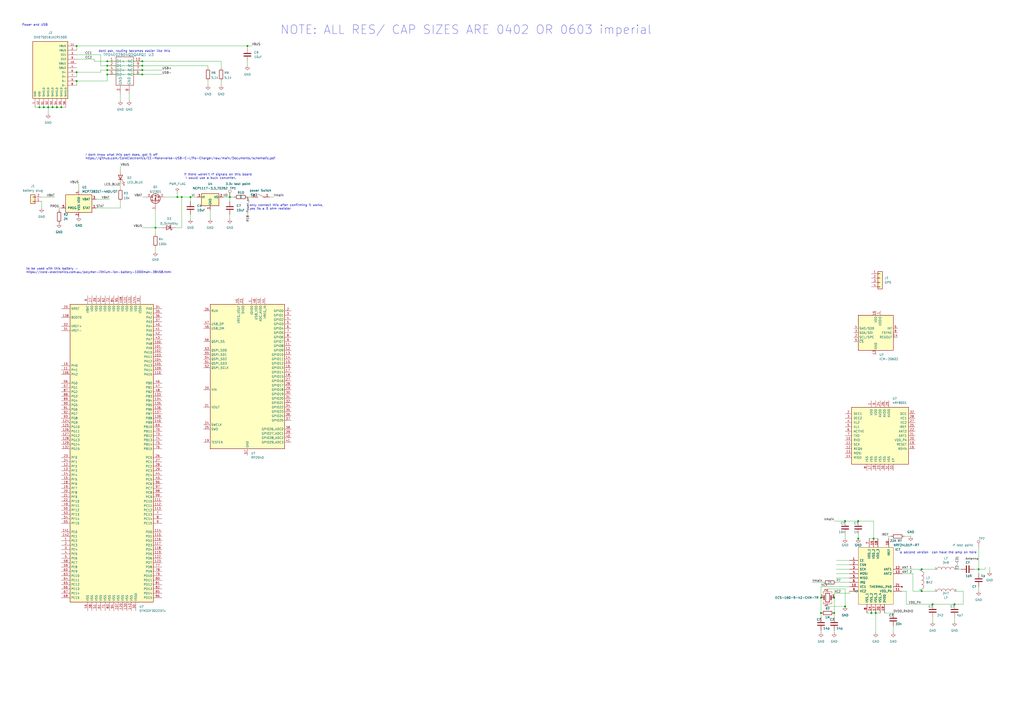
<source format=kicad_sch>
(kicad_sch (version 20211123) (generator eeschema)
  (paper "A2")
  (junction (at 483.87 355.6))
  (junction (at 62.23 38.1))
  (junction (at 497.84 312.42))
  (junction (at 110.49 114.3))
  (junction (at 25.4 62.23))
  (junction (at 476.25 355.6))
  (junction (at 534.67 342.9))
  (junction (at 490.22 302.26))
  (junction (at 90.17 132.08))
  (junction (at 483.87 346.71))
  (junction (at 508 355.6))
  (junction (at 506.73 312.42))
  (junction (at 534.67 330.2))
  (junction (at 30.48 62.23))
  (junction (at 33.02 62.23))
  (junction (at 82.55 38.1))
  (junction (at 490.22 351.79))
  (junction (at 553.72 350.52))
  (junction (at 82.55 40.64))
  (junction (at 82.55 43.18))
  (junction (at 102.87 114.3))
  (junction (at 27.94 62.23))
  (junction (at 133.35 114.3))
  (junction (at 567.69 330.2))
  (junction (at 35.56 62.23))
  (junction (at 44.45 26.67))
  (junction (at 476.25 346.71))
  (junction (at 505.46 355.6))
  (junction (at 22.86 62.23))
  (junction (at 541.02 350.52))
  (junction (at 82.55 35.56))
  (junction (at 44.45 46.99))
  (junction (at 44.45 41.91))
  (junction (at 62.23 43.18))
  (junction (at 105.41 114.3))
  (junction (at 497.84 302.26))
  (junction (at 143.51 26.67))
  (junction (at 62.23 40.64))
  (junction (at 62.23 35.56))
  (wire (pts (xy 483.87 355.6) (xy 483.87 358.14)))
  (wire (pts (xy 502.92 355.6) (xy 505.46 355.6)))
  (wire (pts (xy 58.42 38.1) (xy 62.23 38.1)))
  (wire (pts (xy 105.41 114.3) (xy 110.49 114.3)))
  (wire (pts (xy 33.02 62.23) (xy 35.56 62.23)))
  (wire (pts (xy 476.25 340.36) (xy 476.25 346.71)))
  (wire (pts (xy 518.16 367.03) (xy 518.16 363.22)))
  (wire (pts (xy 44.45 41.91) (xy 44.45 44.45)))
  (wire (pts (xy 485.14 327.66) (xy 492.76 327.66)))
  (wire (pts (xy 133.35 114.3) (xy 135.89 114.3)))
  (wire (pts (xy 541.02 350.52) (xy 553.72 350.52)))
  (wire (pts (xy 128.27 35.56) (xy 128.27 39.37)))
  (wire (pts (xy 69.85 116.84) (xy 69.85 120.65)))
  (wire (pts (xy 525.78 342.9) (xy 525.78 350.52)))
  (wire (pts (xy 110.49 114.3) (xy 110.49 116.84)))
  (wire (pts (xy 524.51 311.15) (xy 528.32 311.15)))
  (wire (pts (xy 90.17 132.08) (xy 93.98 132.08)))
  (wire (pts (xy 480.06 351.79) (xy 490.22 351.79)))
  (wire (pts (xy 62.23 40.64) (xy 82.55 40.64)))
  (wire (pts (xy 485.14 337.82) (xy 492.76 337.82)))
  (wire (pts (xy 102.87 111.76) (xy 102.87 114.3)))
  (wire (pts (xy 567.69 330.2) (xy 567.69 332.74)))
  (wire (pts (xy 110.49 124.46) (xy 110.49 127)))
  (wire (pts (xy 523.24 330.2) (xy 534.67 330.2)))
  (wire (pts (xy 156.21 114.3) (xy 158.75 114.3)))
  (wire (pts (xy 490.22 341.63) (xy 490.22 351.79)))
  (wire (pts (xy 490.22 302.26) (xy 497.84 302.26)))
  (wire (pts (xy 110.49 114.3) (xy 114.3 114.3)))
  (wire (pts (xy 506.73 302.26) (xy 506.73 312.42)))
  (wire (pts (xy 22.86 62.23) (xy 25.4 62.23)))
  (wire (pts (xy 27.94 66.04) (xy 27.94 62.23)))
  (wire (pts (xy 133.35 124.46) (xy 133.35 127)))
  (wire (pts (xy 90.17 143.51) (xy 90.17 146.05)))
  (wire (pts (xy 476.25 367.03) (xy 476.25 365.76)))
  (wire (pts (xy 105.41 114.3) (xy 105.41 132.08)))
  (wire (pts (xy 90.17 121.92) (xy 90.17 132.08)))
  (wire (pts (xy 31.75 114.3) (xy 24.13 114.3)))
  (wire (pts (xy 485.14 325.12) (xy 492.76 325.12)))
  (wire (pts (xy 554.99 330.2) (xy 557.53 330.2)))
  (wire (pts (xy 35.56 62.23) (xy 38.1 62.23)))
  (wire (pts (xy 485.14 335.28) (xy 492.76 335.28)))
  (wire (pts (xy 44.45 31.75) (xy 58.42 31.75)))
  (wire (pts (xy 567.69 330.2) (xy 571.5 330.2)))
  (wire (pts (xy 101.6 132.08) (xy 105.41 132.08)))
  (wire (pts (xy 480.06 341.63) (xy 490.22 341.63)))
  (wire (pts (xy 69.85 106.68) (xy 69.85 109.22)))
  (wire (pts (xy 121.92 127) (xy 121.92 121.92)))
  (wire (pts (xy 483.87 346.71) (xy 483.87 355.6)))
  (wire (pts (xy 62.23 46.99) (xy 62.23 43.18)))
  (wire (pts (xy 45.72 106.68) (xy 45.72 110.49)))
  (wire (pts (xy 515.62 312.42) (xy 515.62 311.15)))
  (wire (pts (xy 55.88 120.65) (xy 69.85 120.65)))
  (wire (pts (xy 55.88 115.57) (xy 63.5 115.57)))
  (wire (pts (xy 20.32 62.23) (xy 22.86 62.23)))
  (wire (pts (xy 24.13 116.84) (xy 24.13 120.65)))
  (wire (pts (xy 483.87 344.17) (xy 483.87 346.71)))
  (wire (pts (xy 534.67 342.9) (xy 542.29 342.9)))
  (wire (pts (xy 471.17 337.82) (xy 477.52 337.82)))
  (wire (pts (xy 90.17 132.08) (xy 90.17 135.89)))
  (wire (pts (xy 523.24 332.74) (xy 529.59 332.74)))
  (wire (pts (xy 143.51 38.1) (xy 143.51 35.56)))
  (wire (pts (xy 143.51 26.67) (xy 143.51 27.94)))
  (wire (pts (xy 58.42 40.64) (xy 62.23 40.64)))
  (wire (pts (xy 565.15 330.2) (xy 567.69 330.2)))
  (wire (pts (xy 574.04 328.93) (xy 574.04 331.47)))
  (wire (pts (xy 44.45 34.29) (xy 54.61 34.29)))
  (wire (pts (xy 62.23 38.1) (xy 82.55 38.1)))
  (wire (pts (xy 69.85 58.42) (xy 69.85 54.61)))
  (wire (pts (xy 476.25 355.6) (xy 476.25 358.14)))
  (wire (pts (xy 490.22 309.88) (xy 490.22 312.42)))
  (wire (pts (xy 58.42 31.75) (xy 58.42 38.1)))
  (wire (pts (xy 69.85 96.52) (xy 69.85 99.06)))
  (wire (pts (xy 483.87 344.17) (xy 492.76 344.17)))
  (wire (pts (xy 82.55 43.18) (xy 93.98 43.18)))
  (wire (pts (xy 34.29 120.65) (xy 34.29 121.92)))
  (wire (pts (xy 553.72 358.14) (xy 553.72 360.68)))
  (wire (pts (xy 129.54 114.3) (xy 133.35 114.3)))
  (wire (pts (xy 515.62 311.15) (xy 516.89 311.15)))
  (wire (pts (xy 120.65 49.53) (xy 120.65 46.99)))
  (wire (pts (xy 541.02 358.14) (xy 541.02 360.68)))
  (wire (pts (xy 554.99 342.9) (xy 558.8 342.9)))
  (wire (pts (xy 62.23 43.18) (xy 82.55 43.18)))
  (wire (pts (xy 35.56 120.65) (xy 34.29 120.65)))
  (wire (pts (xy 82.55 132.08) (xy 90.17 132.08)))
  (wire (pts (xy 44.45 46.99) (xy 62.23 46.99)))
  (wire (pts (xy 95.25 114.3) (xy 102.87 114.3)))
  (wire (pts (xy 483.87 302.26) (xy 490.22 302.26)))
  (wire (pts (xy 62.23 35.56) (xy 82.55 35.56)))
  (wire (pts (xy 133.35 114.3) (xy 133.35 116.84)))
  (wire (pts (xy 143.51 114.3) (xy 146.05 114.3)))
  (wire (pts (xy 523.24 342.9) (xy 525.78 342.9)))
  (wire (pts (xy 483.87 367.03) (xy 483.87 365.76)))
  (wire (pts (xy 508 355.6) (xy 510.54 355.6)))
  (wire (pts (xy 62.23 35.56) (xy 54.61 35.56)))
  (wire (pts (xy 102.87 114.3) (xy 105.41 114.3)))
  (wire (pts (xy 74.93 58.42) (xy 74.93 54.61)))
  (wire (pts (xy 30.48 62.23) (xy 33.02 62.23)))
  (wire (pts (xy 44.45 46.99) (xy 44.45 49.53)))
  (wire (pts (xy 553.72 350.52) (xy 558.8 350.52)))
  (wire (pts (xy 27.94 62.23) (xy 30.48 62.23)))
  (wire (pts (xy 558.8 342.9) (xy 558.8 350.52)))
  (wire (pts (xy 82.55 35.56) (xy 128.27 35.56)))
  (wire (pts (xy 534.67 330.2) (xy 542.29 330.2)))
  (wire (pts (xy 25.4 62.23) (xy 27.94 62.23)))
  (wire (pts (xy 58.42 41.91) (xy 44.45 41.91)))
  (wire (pts (xy 485.14 332.74) (xy 492.76 332.74)))
  (wire (pts (xy 143.51 26.67) (xy 146.05 26.67)))
  (wire (pts (xy 497.84 302.26) (xy 506.73 302.26)))
  (wire (pts (xy 128.27 49.53) (xy 128.27 46.99)))
  (wire (pts (xy 506.73 312.42) (xy 509.27 312.42)))
  (wire (pts (xy 82.55 114.3) (xy 85.09 114.3)))
  (wire (pts (xy 497.84 309.88) (xy 497.84 312.42)))
  (wire (pts (xy 497.84 312.42) (xy 497.84 313.69)))
  (wire (pts (xy 567.69 317.5) (xy 567.69 330.2)))
  (wire (pts (xy 567.69 340.36) (xy 567.69 342.9)))
  (wire (pts (xy 58.42 40.64) (xy 58.42 41.91)))
  (wire (pts (xy 525.78 350.52) (xy 541.02 350.52)))
  (wire (pts (xy 492.76 344.17) (xy 492.76 342.9)))
  (wire (pts (xy 492.76 340.36) (xy 476.25 340.36)))
  (wire (pts (xy 529.59 342.9) (xy 534.67 342.9)))
  (wire (pts (xy 44.45 26.67) (xy 44.45 29.21)))
  (wire (pts (xy 529.59 332.74) (xy 529.59 342.9)))
  (wire (pts (xy 476.25 346.71) (xy 476.25 355.6)))
  (wire (pts (xy 82.55 38.1) (xy 120.65 38.1)))
  (wire (pts (xy 505.46 355.6) (xy 508 355.6)))
  (wire (pts (xy 508 355.6) (xy 508 367.03)))
  (wire (pts (xy 504.19 312.42) (xy 506.73 312.42)))
  (wire (pts (xy 120.65 38.1) (xy 120.65 39.37)))
  (wire (pts (xy 54.61 35.56) (xy 54.61 34.29)))
  (wire (pts (xy 44.45 26.67) (xy 143.51 26.67)))
  (wire (pts (xy 82.55 40.64) (xy 93.98 40.64)))
  (wire (pts (xy 513.08 355.6) (xy 518.16 355.6)))
  (wire (pts (xy 485.14 330.2) (xy 492.76 330.2)))
  (wire (pts (xy 571.5 328.93) (xy 571.5 330.2)))
  (text "a second version  can have the amp on here" (at 521.97 321.31 0) (effects (font (size 1.27 1.27)) (justify left bottom)))
  (text "only connect this after confirming it works,\nyes its a 0 ohm resistor" (at 144.78 121.92 0) (effects (font (size 1.27 1.27)) (justify left bottom)))
  (text "dont ask, routing becomes easier like this" (at 57.15 30.48 0) (effects (font (size 1.27 1.27)) (justify left bottom)))
  (text "to be used with this battery -\nhttps://core-electronics.com.au/polymer-lithium-ion-battery-1000mah-38458.html" (at 15.24 158.75 0) (effects (font (size 1.27 1.27)) (justify left bottom)))
  (text "Power and USB " (at 12.7 15.24 0) (effects (font (size 1.27 1.27)) (justify left bottom)))
  (text "NOTE: ALL RES/ CAP SIZES ARE 0402 OR 0603 imperial" (at 162.56 20.32 0) (effects (font (size 5 5)) (justify left bottom)))
  (text "I dont know what this part does, got it off \nhttps://github.com/CoreElectronics/CE-Makerverse-USB-C-LiPo-Charger/raw/main/Documents/schematic.pdf" (at 49.53 92.71 0) (effects (font (size 1.27 1.27)) (justify left bottom)))
  (text "if there weren't rf signals on this board\n I would use a buck converter.\n" (at 106.68 104.14 0) (effects (font (size 1.27 1.27)) (justify left bottom)))
  (label "Vmain" (at 471.17 337.82 0))
  (label "VDD_PA" (at 527.05 350.52 0))
  (label "VBUS" (at 146.05 26.67 0))
  (label "USB-" (at 93.98 43.18 0))
  (label "VBUS" (at 45.72 106.68 180))
  (label "ANT 1" (at 523.24 330.2 0))
  (label "VBUS" (at 69.85 96.52 0))
  (label "CC1" (at 53.34 31.75 180))
  (label "R18-Power_on" (at 144.78 114.3 270))
  (label "VBAT" (at 82.55 114.3 180))
  (label "VBAT" (at 31.75 114.3 180))
  (label "PROG" (at 34.29 120.65 180))
  (label "VBUS" (at 82.55 132.08 180))
  (label "Vmain" (at 158.75 114.3 0))
  (label "VBAT" (at 63.5 115.57 180))
  (label "VO" (at 132.08 114.3 180))
  (label "ANT 2" (at 523.24 332.74 0))
  (label "IREF" (at 515.62 311.15 180))
  (label "LED_BLUE" (at 69.85 107.95 180))
  (label "CC2" (at 53.34 34.29 180))
  (label "STAT" (at 55.88 120.65 0))
  (label "Vmain" (at 483.87 302.26 180))
  (label "XC2" (at 483.87 344.17 0))
  (label "L2-C31" (at 556.26 330.2 90))
  (label "XC1" (at 476.25 340.36 0))
  (label "USB+" (at 93.98 40.64 0))
  (label "DVDD_RADIO" (at 518.16 355.6 0))
  (label "VI" (at 113.03 114.3 180))
  (label "Antenna" (at 567.69 325.12 180))
  (symbol (lib_id "Device:C") (at 497.84 306.07 0) (unit 1)
    (property "Reference" "C?" (at 495.3 303.53 0) (effects (justify left)))
    (property "Value" "1n" (at 495.3 308.61 0) (effects (justify left)))
  )
  (symbol (lib_id "power:GND") (at 541.02 360.68 0) (unit 1)
    (property "Reference" "#PWR?" (effects hide))
    (property "Value" "GND" (at 541.02 365.76 0))
  )
  (symbol (lib_id "power:GND") (at 24.13 120.65 0) (unit 1)
    (property "Reference" "#PWR02" (effects hide))
    (property "Value" "GND" (at 24.13 125.73 0))
  )
  (symbol (lib_id "power:GND") (at 110.49 127 0) (unit 1)
    (property "Reference" "#PWR013" (effects hide))
    (property "Value" "GND" (at 110.49 132.08 0))
  )
  (symbol (lib_id "power:GND") (at 483.87 367.03 0) (unit 1)
    (property "Reference" "#PWR?" (effects hide))
    (property "Value" "GND" (at 483.87 372.11 0))
  )
  (symbol (lib_id "Device:C") (at 483.87 361.95 0) (unit 1)
    (property "Reference" "C?" (at 481.33 359.41 0) (effects (justify left)))
    (property "Value" "14p" (at 485.14 364.49 0) (effects (justify left)))
  )
  (symbol (lib_id "power:GND") (at 574.04 331.47 0) (unit 1)
    (property "Reference" "#PWR?" (effects hide))
    (property "Value" "GND" (at 574.04 336.55 0))
  )
  (symbol (lib_id "pspice:INDUCTOR") (at 548.64 342.9 0) (unit 1)
    (property "Reference" "L?" (at 548.64 346.71 0))
    (property "Value" "2n7" (at 548.64 344.17 0))
  )
  (symbol (lib_id "Device:R") (at 139.7 114.3 90) (unit 1)
    (property "Reference" "R10" (at 139.7 111.76 90))
    (property "Value" "0" (at 139.7 114.3 90))
  )
  (symbol (lib_id "Device:Crystal_GND24") (at 480.06 346.71 0) (unit 1)
    (property "Reference" "Y?" (at 496.57 343.1286 0))
    (property "Value" "ECS-160-9-42-CKM-TR" (at 462.28 346.71 0))
    (property "Footprint" "ECS-160-9-42-CKM-TR:XTAL_ECS-160-9-42-CKM-TR" (effects hide))
    (property "Digikey Part  Number" "XC1611CT-ND" (effects hide))
  )
  (symbol (lib_id "Device:C") (at 518.16 359.41 0) (unit 1)
    (property "Reference" "C?" (at 515.62 356.87 0) (effects (justify left)))
    (property "Value" "33n" (at 519.43 361.95 0) (effects (justify left)))
  )
  (symbol (lib_id "pspice:INDUCTOR") (at 534.67 336.55 270) (unit 1)
    (property "Reference" "L?" (at 537.21 335.2799 90) (effects (justify left)))
    (property "Value" "8n2" (at 537.21 337.8199 90) (effects (justify left)))
  )
  (symbol (lib_id "Switch:SW_SPST") (at 151.13 114.3 0) (mirror y) (unit 1)
    (property "Reference" "SW2" (at 147.32 113.03 0))
    (property "Value" "power Switch" (at 151.13 110.49 0))
  )
  (symbol (lib_id "power:GND") (at 69.85 58.42 0) (unit 1)
    (property "Reference" "#PWR06" (effects hide))
    (property "Value" "GND" (at 69.85 63.5 0))
  )
  (symbol (lib_id "Device:C") (at 541.02 354.33 0) (unit 1)
    (property "Reference" "C?" (at 538.48 351.79 0) (effects (justify left)))
    (property "Value" "2n2" (at 543.56 356.87 0) (effects (justify left)))
  )
  (symbol (lib_id "pspice:INDUCTOR") (at 548.64 330.2 0) (unit 1)
    (property "Reference" "L?" (at 548.64 323.85 0))
    (property "Value" "3n9" (at 548.64 326.39 0))
  )
  (symbol (lib_id "power:GND") (at 567.69 342.9 0) (unit 1)
    (property "Reference" "#PWR?" (effects hide))
    (property "Value" "GND" (at 567.69 347.98 0))
  )
  (symbol (lib_id "power:GND") (at 508 367.03 0) (unit 1)
    (property "Reference" "#PWR?" (effects hide))
    (property "Value" "GND" (at 508 372.11 0))
  )
  (symbol (lib_id "power:GND") (at 133.35 127 0) (unit 1)
    (property "Reference" "#PWR020" (effects hide))
    (property "Value" "GND" (at 133.35 132.08 0))
  )
  (symbol (lib_id "Device:R") (at 120.65 43.18 0) (unit 1)
    (property "Reference" "R8" (at 122.428 42.2715 0) (effects (justify left)))
    (property "Value" "5.1k" (at 122.428 45.0466 0) (effects (justify left)))
  )
  (symbol (lib_id "power:GND") (at 34.29 129.54 0) (unit 1)
    (property "Reference" "#PWR04" (effects hide))
    (property "Value" "GND" (at 34.29 134.62 0))
  )
  (symbol (lib_id "Device:Q_PMOS_GSD") (at 90.17 116.84 90) (unit 1)
    (property "Reference" "Q1" (at 90.17 108.4285 90))
    (property "Value" "Si2301" (at 90.17 111.2036 90))
    (property "Footprint" "Package_TO_SOT_SMD:SOT-23" (effects hide))
    (property "Digikey Part  Number" "353-SI2301A-TPCT-ND" (effects hide))
  )
  (symbol (lib_id "Device:R") (at 128.27 43.18 0) (unit 1)
    (property "Reference" "R9" (at 130.048 42.2715 0) (effects (justify left)))
    (property "Value" "5.1k" (at 130.048 45.0466 0) (effects (justify left)))
  )
  (symbol (lib_id "power:GND") (at 528.32 311.15 0) (unit 1)
    (property "Reference" "#PWR?" (effects hide))
    (property "Value" "GND" (at 528.32 308.61 0))
  )
  (symbol (lib_id "power:GND") (at 490.22 312.42 0) (unit 1)
    (property "Reference" "#PWR?" (effects hide))
    (property "Value" "GND" (at 490.22 316.23 0))
  )
  (symbol (lib_id "Regulator_Linear:NCP1117-3.3_TO252") (at 121.92 114.3 0) (unit 1)
    (property "Reference" "U4" (at 121.92 106.68 0))
    (property "Value" "NCP1117-3.3_TO252" (at 121.92 109.22 0))
    (property "Footprint" "Package_TO_SOT_SMD:SOT-223" (effects hide))
    (property "Datasheet" "http://www.onsemi.com/pub_link/Collateral/NCP1117-D.PDF" (effects hide))
    (property "Digikey Part  Number" "NCP1117LPST33T3GOSCT-ND" (effects hide))
  )
  (symbol (lib_id "power:GND") (at 45.72 125.73 0) (unit 1)
    (property "Reference" "#PWR05" (effects hide))
    (property "Value" "GND" (at 45.72 130.81 0))
  )
  (symbol (lib_id "RF_Bluetooth:nRF8001") (at 510.54 252.73 0) (unit 1)
    (property "Reference" "U?" (at 517.6394 231.14 0) (effects (justify left)))
    (property "Value" "nRF8001" (at 517.6394 233.68 0) (effects (justify left)))
    (property "Footprint" "Package_DFN_QFN:QFN-32-1EP_5x5mm_P0.5mm_EP3.45x3.45mm" (effects hide))
    (property "Datasheet" "https://www.nordicsemi.com/eng/nordic/content_download/2981/38488/file/nRF8001_PS_v1.3.pdf" (effects hide))
  )
  (symbol (lib_id "Device:LED") (at 69.85 102.87 90) (unit 1)
    (property "Reference" "D2" (at 73.66 103.1874 90) (effects (justify right)))
    (property "Value" "LED_BLUE" (at 73.66 105.7274 90) (effects (justify right)))
  )
  (symbol (lib_id "TPD4E02B04QDQARQ1:TPD4E02B04QDQARQ1") (at 72.39 41.91 0) (unit 1)
    (property "Reference" "U3" (at 87.63 31.75 0) (effects (font (size 1.524 1.524))))
    (property "Value" "TPD4E02B04QDQARQ1" (at 72.39 31.75 0) (effects (font (size 1.524 1.524))))
    (property "Footprint" "LIB_TPD4E02B04QDQARQ1:TPD4E02B04QDQARQ1" (effects hide))
    (property "Digikey Part  Number" "296-48995-1-ND" (effects hide))
  )
  (symbol (lib_id "Device:R") (at 520.7 311.15 270) (unit 1)
    (property "Reference" "R?" (at 521.97 313.69 90))
    (property "Value" "22K" (at 518.16 313.69 90))
  )
  (symbol (lib_id "power:PWR_FLAG") (at 102.87 111.76 0) (unit 1)
    (property "Reference" "#FLG01" (effects hide))
    (property "Value" "PWR_FLAG" (at 102.87 106.68 0))
  )
  (symbol (lib_id "Connector:TestPoint") (at 133.35 114.3 0) (unit 1)
    (property "Reference" "TP1" (at 133.35 109.22 0) (effects (justify left)))
    (property "Value" "3.3v test point" (at 130.81 106.68 0) (effects (justify left)))
    (property "Footprint" "TestPoint:TestPoint_Pad_D2.0mm" (effects hide))
    (property "Digikey Part  Number" "n/a" (effects hide))
  )
  (symbol (lib_id "Device:R") (at 34.29 125.73 0) (unit 1)
    (property "Reference" "R2" (at 36.83 124.4599 0) (effects (justify left)))
    (property "Value" "2K" (at 36.83 126.9999 0) (effects (justify left)))
  )
  (symbol (lib_id "power:GND") (at 476.25 367.03 0) (unit 1)
    (property "Reference" "#PWR?" (effects hide))
    (property "Value" "GND" (at 476.25 372.11 0))
  )
  (symbol (lib_id "power:GND") (at 518.16 367.03 0) (unit 1)
    (property "Reference" "#PWR?" (effects hide))
    (property "Value" "GND" (at 518.16 372.11 0))
  )
  (symbol (lib_id "Device:D_Schottky") (at 97.79 132.08 180) (unit 1)
    (property "Reference" "D3" (at 98.1075 126.8435 0))
    (property "Value" "D_Schottky" (at 98.1075 129.6186 0))
    (property "Footprint" "Diode_SMD:D_SMA" (effects hide))
    (property "Digikey Part  Number" "641-1690-1-ND" (effects hide))
  )
  (symbol (lib_id "power:GND") (at 121.92 127 0) (unit 1)
    (property "Reference" "#PWR016" (effects hide))
    (property "Value" "GND" (at 121.92 132.08 0))
  )
  (symbol (lib_id "Connector_Generic:Conn_01x02") (at 19.05 116.84 180) (unit 1)
    (property "Reference" "J1" (at 19.05 107.95 0))
    (property "Value" "battery plug " (at 19.05 110.49 0))
    (property "Footprint" "Connector_JST:JST_PH_S2B-PH-SM4-TB_1x02-1MP_P2.00mm_Horizontal" (effects hide))
    (property "Datasheet" "https://core-electronics.com.au/polymer-lithium-ion-battery-1000mah-38458.html" (effects hide))
    (property "Digikey Part  Number" "455-1749-1-ND" (effects hide))
  )
  (symbol (lib_id "usb-c usb 2.0:DX07S016JA1R1500") (at 29.21 44.45 0) (unit 1)
    (property "Reference" "J2" (at 29.21 19.05 0))
    (property "Value" "DX07S016JA1R1500" (at 29.21 21.59 0))
    (property "Footprint" "JAE_DX07S016JA1R1500" (effects hide))
    (property "MAXIMUM_PACKAGE_HEIGHT" "3.31 mm" (effects hide))
    (property "STANDARD" "Manufacturer Recommendations" (effects hide))
    (property "MANUFACTURER" "JAE Industry Ltd." (effects hide))
    (property "PARTREV" "1" (effects hide))
    (property "Digikey Part  Number" "670-DX07S016JA1R1500CT-ND" (effects hide))
  )
  (symbol (lib_id "power:GND") (at 553.72 360.68 0) (unit 1)
    (property "Reference" "#PWR?" (effects hide))
    (property "Value" "GND" (at 553.72 365.76 0))
  )
  (symbol (lib_id "MCU_RaspberryPi:RP2040") (at 143.51 218.44 0) (unit 1)
    (property "Reference" "U?" (at 145.5294 262.89 0) (effects (justify left)))
    (property "Value" "RP2040" (at 145.5294 265.43 0) (effects (justify left)))
    (property "Footprint" "Package_DFN_QFN:QFN-56-1EP_7x7mm_P0.4mm_EP3.2x3.2mm" (effects hide))
    (property "Datasheet" "https://datasheets.raspberrypi.com/rp2040/rp2040-datasheet.pdf" (effects hide))
  )
  (symbol (lib_id "power:GND") (at 490.22 351.79 0) (unit 1)
    (property "Reference" "#PWR?" (effects hide))
    (property "Value" "GND" (at 490.22 356.87 0))
  )
  (symbol (lib_id "Battery_Management:MCP73832-2-OT") (at 45.72 118.11 0) (unit 1)
    (property "Reference" "U1" (at 47.625 108.585 0) (effects (justify left)))
    (property "Value" "MCP73831T-4ADI/OT" (at 47.625 111.125 0) (effects (justify left)))
    (property "Footprint" "Package_TO_SOT_SMD:SOT-23-5" (effects hide))
    (property "Datasheet" "http://ww1.microchip.com/downloads/en/DeviceDoc/20001984g.pdf" (effects hide))
    (property "Digikey Part  Number" "MCP73831T-4ADI/OTCT-ND" (effects hide))
  )
  (symbol (lib_id "Connector_Generic:Conn_01x04") (at 510.54 161.29 0) (unit 1)
    (property "Reference" "J?" (at 513.08 161.2899 0) (effects (justify left)))
    (property "Value" "GPS" (at 513.08 163.8299 0) (effects (justify left)))
  )
  (symbol (lib_id "MCU_ST_STM32F3:STM32F302ZDTx") (at 66.04 262.89 0) (unit 1)
    (property "Reference" "U?" (at 80.7594 351.79 0) (effects (justify left)))
    (property "Value" "STM32F302ZDTx" (at 80.7594 354.33 0) (effects (justify left)))
    (property "Footprint" "Package_QFP:LQFP-144_20x20mm_P0.5mm" (effects hide))
    (property "Datasheet" "http://www.st.com/st-web-ui/static/active/en/resource/technical/document/datasheet/DM00133117.pdf" (effects hide))
  )
  (symbol (lib_id "Device:C") (at 561.34 330.2 90) (unit 1)
    (property "Reference" "C?" (at 560.07 326.39 90) (effects (justify right)))
    (property "Value" "1p5" (at 560.07 334.01 90) (effects (justify right)))
  )
  (symbol (lib_id "Device:C") (at 133.35 120.65 0) (unit 1)
    (property "Reference" "C7" (at 137.16 119.3799 0) (effects (justify left)))
    (property "Value" "10uf" (at 137.16 121.9199 0) (effects (justify left)))
  )
  (symbol (lib_id "Device:C") (at 567.69 336.55 0) (unit 1)
    (property "Reference" "C?" (at 563.88 340.36 0) (effects (justify left)))
    (property "Value" "1p" (at 568.96 334.01 0) (effects (justify left)))
  )
  (symbol (lib_id "Device:C") (at 110.49 120.65 0) (unit 1)
    (property "Reference" "C4" (at 114.3 119.3799 0) (effects (justify left)))
    (property "Value" "10uf" (at 114.3 121.9199 0) (effects (justify left)))
  )
  (symbol (lib_id "power:GND") (at 27.94 66.04 0) (unit 1)
    (property "Reference" "#PWR03" (effects hide))
    (property "Value" "GND" (at 27.94 71.12 0))
  )
  (symbol (lib_id "power:GND") (at 128.27 49.53 0) (unit 1)
    (property "Reference" "#PWR017" (effects hide))
    (property "Value" "GND" (at 128.27 54.61 0))
  )
  (symbol (lib_id "Device:C") (at 476.25 361.95 0) (unit 1)
    (property "Reference" "C?" (at 473.71 359.41 0) (effects (justify left)))
    (property "Value" "14p" (at 477.52 364.49 0) (effects (justify left)))
  )
  (symbol (lib_id "Device:R") (at 480.06 355.6 90) (unit 1)
    (property "Reference" "R?" (at 480.06 353.06 90))
    (property "Value" "1M" (at 480.06 358.14 90))
  )
  (symbol (lib_id "Device:R") (at 69.85 113.03 0) (unit 1)
    (property "Reference" "R3" (at 71.628 112.1215 0) (effects (justify left)))
    (property "Value" "10k" (at 71.628 114.8966 0) (effects (justify left)))
  )
  (symbol (lib_id "power:GND") (at 90.17 146.05 0) (mirror y) (unit 1)
    (property "Reference" "#PWR012" (effects hide))
    (property "Value" "GND" (at 90.17 150.6125 0))
  )
  (symbol (lib_id "Device:R") (at 90.17 139.7 0) (unit 1)
    (property "Reference" "R4" (at 91.948 138.7915 0) (effects (justify left)))
    (property "Value" "100k" (at 91.948 141.5666 0) (effects (justify left)))
  )
  (symbol (lib_id "Connector:TestPoint") (at 567.69 317.5 0) (unit 1)
    (property "Reference" "TP?" (at 567.69 312.42 0) (effects (justify left)))
    (property "Value" "rf test point" (at 552.45 316.23 0) (effects (justify left)))
    (property "Footprint" "TestPoint:TestPoint_Pad_D2.0mm" (effects hide))
    (property "Digikey Part  Number" "n/a" (effects hide))
  )
  (symbol (lib_id "Device:C") (at 553.72 354.33 0) (unit 1)
    (property "Reference" "C?" (at 551.18 351.79 0) (effects (justify left)))
    (property "Value" "4p7" (at 554.99 356.87 0) (effects (justify left)))
  )
  (symbol (lib_id "Sensor_Motion:ICM-20602") (at 508 193.04 0) (unit 1)
    (property "Reference" "U?" (at 510.0194 205.74 0) (effects (justify left)))
    (property "Value" "ICM-20602" (at 510.0194 208.28 0) (effects (justify left)))
    (property "Footprint" "Package_LGA:LGA-16_3x3mm_P0.5mm_LayoutBorder3x5y" (effects hide))
    (property "Datasheet" "http://www.invensense.com/wp-content/uploads/2016/10/DS-000176-ICM-20602-v1.0.pdf" (effects hide))
  )
  (symbol (lib_id "power:GND") (at 74.93 58.42 0) (unit 1)
    (property "Reference" "#PWR08" (effects hide))
    (property "Value" "GND" (at 74.93 63.5 0))
  )
  (symbol (lib_id "power:GND") (at 497.84 312.42 0) (unit 1)
    (property "Reference" "#PWR?" (effects hide))
    (property "Value" "GND" (at 497.84 316.23 0))
  )
  (symbol (lib_id "power:GND") (at 120.65 49.53 0) (unit 1)
    (property "Reference" "#PWR014" (effects hide))
    (property "Value" "GND" (at 120.65 54.61 0))
  )
  (symbol (lib_id "Device:R") (at 481.33 337.82 90) (unit 1)
    (property "Reference" "R?" (at 486.41 336.55 90))
    (property "Value" "2K" (at 481.33 337.82 90))
  )
  (symbol (lib_id "power:GND") (at 143.51 38.1 0) (unit 1)
    (property "Reference" "#PWR021" (effects hide))
    (property "Value" "GND" (at 143.51 43.18 0))
  )
  (symbol (lib_id "Device:C") (at 490.22 306.07 0) (unit 1)
    (property "Reference" "C?" (at 487.68 303.53 0) (effects (justify left)))
    (property "Value" "10n" (at 486.41 308.61 0) (effects (justify left)))
  )
  (symbol (lib_id "NRF24L01P-R7:NRF24L01P-R7") (at 491.49 304.8 0) (unit 1)
    (property "Reference" "IC?" (at 520.7 318.77 0))
    (property "Value" "NRF24L01P-R7" (at 525.78 316.23 0))
    (property "Footprint" "LIB_NRF24L01P-R7:QFN50P400X400X95-21N-D" (effects hide))
    (property "Datasheet" "https://www.mouser.com/ds/2/297/nRF24L01P-1187709.pdf" (effects hide))
    (property "Description" "NORDIC SEMICONDUCTOR - NRF24L01P-R7 - RF TRANSCEIVER, 2MBPS, 2.525GHZ, QFN-20" (effects hide))
    (property "Height" "0.95" (effects hide))
    (property "Manufacturer_Name" "Nordic Semiconductor" (effects hide))
    (property "Manufacturer_Part_Number" "NRF24L01P-R7" (effects hide))
    (property "Mouser Part Number" "949-NRF24L01P-R7" (effects hide))
    (property "Mouser Price/Stock" "https://www.mouser.co.uk/ProductDetail/Nordic-Semiconductor/nRF24L01P-R7?qs=yd0qOhnSiDe8zMRXiZkGiQ%3D%3D" (effects hide))
    (property "Digikey Part  Number" "1490-1033-1-ND" (effects hide))
  )
  (symbol (lib_id "Device:C") (at 143.51 31.75 0) (unit 1)
    (property "Reference" "C9" (at 147.32 30.4799 0) (effects (justify left)))
    (property "Value" "10uf" (at 147.32 33.0199 0) (effects (justify left)))
  )
)
</source>
